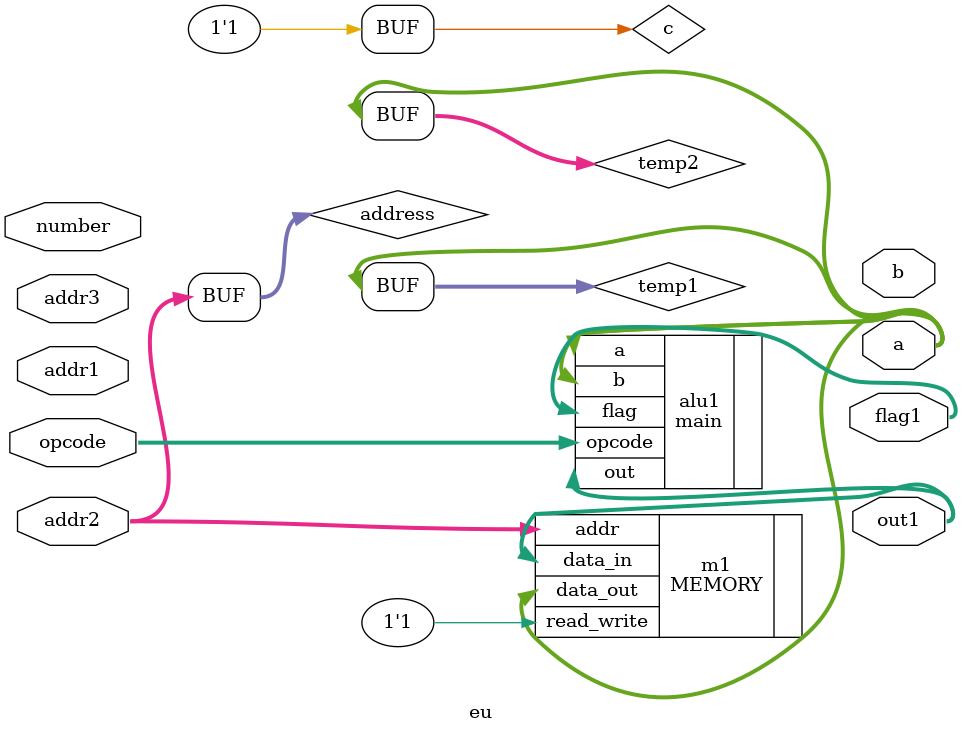
<source format=v>
`timescale 1ns / 1ps
module eu(a, b, opcode,number, flag1, out1,addr1,addr2,addr3);
output  [7:0] a;
output  [7:0] b;
input [3:0] opcode;
input [4:0] addr1;
input [4:0] addr2;
input [4:0] addr3;
input [7:0] number;
output  [3:0] flag1;
output  [7:0] out1; 
reg c ;
reg [4:0] address;
reg [7:0] temp1;
reg [7:0] temp2 ;




	MEMORY m1(.data_out(a),.read_write(c),.addr(address),.data_in(out1));
	always @(opcode)
	begin
	c =0;
	 address = addr1;
	 temp1 = a;
	 address =addr2;
	 temp2 = a;
	 c = 1;
	 
	end
			
		main alu1(.opcode(opcode),.a(temp1),.b(temp2),.flag(flag1),.out(out1));
		
	
	endmodule		



</source>
